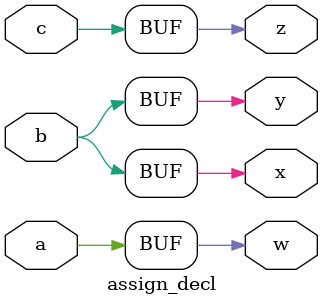
<source format=v>
module assign_decl(input a, b, c, output w, x, y, z);
    assign w = a;
    assign x = b;
    assign y = b;
    assign z = c;
endmodule

</source>
